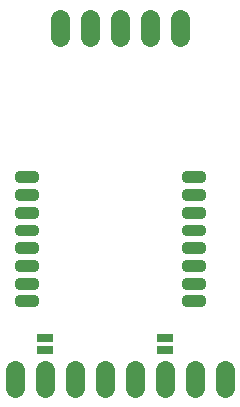
<source format=gts>
G04 EAGLE Gerber RS-274X export*
G75*
%MOMM*%
%FSLAX34Y34*%
%LPD*%
%INTop Solder Mask*%
%IPPOS*%
%AMOC8*
5,1,8,0,0,1.08239X$1,22.5*%
G01*
%ADD10C,0.751200*%
%ADD11C,1.625600*%
%ADD12R,1.371600X0.736600*%


D10*
X41352Y198838D02*
X28848Y198838D01*
X28848Y201342D01*
X41352Y201342D01*
X41352Y198838D01*
X41352Y183838D02*
X28848Y183838D01*
X28848Y186342D01*
X41352Y186342D01*
X41352Y183838D01*
X41352Y168838D02*
X28848Y168838D01*
X28848Y171342D01*
X41352Y171342D01*
X41352Y168838D01*
X41352Y153838D02*
X28848Y153838D01*
X28848Y156342D01*
X41352Y156342D01*
X41352Y153838D01*
X41352Y138838D02*
X28848Y138838D01*
X28848Y141342D01*
X41352Y141342D01*
X41352Y138838D01*
X41352Y123838D02*
X28848Y123838D01*
X28848Y126342D01*
X41352Y126342D01*
X41352Y123838D01*
X41352Y108838D02*
X28848Y108838D01*
X28848Y111342D01*
X41352Y111342D01*
X41352Y108838D01*
X41352Y93838D02*
X28848Y93838D01*
X28848Y96342D01*
X41352Y96342D01*
X41352Y93838D01*
X169848Y93838D02*
X182352Y93838D01*
X169848Y93838D02*
X169848Y96342D01*
X182352Y96342D01*
X182352Y93838D01*
X182352Y108838D02*
X169848Y108838D01*
X169848Y111342D01*
X182352Y111342D01*
X182352Y108838D01*
X182352Y123838D02*
X169848Y123838D01*
X169848Y126342D01*
X182352Y126342D01*
X182352Y123838D01*
X182352Y138838D02*
X169848Y138838D01*
X169848Y141342D01*
X182352Y141342D01*
X182352Y138838D01*
X182352Y153838D02*
X169848Y153838D01*
X169848Y156342D01*
X182352Y156342D01*
X182352Y153838D01*
X182352Y168838D02*
X169848Y168838D01*
X169848Y171342D01*
X182352Y171342D01*
X182352Y168838D01*
X182352Y183838D02*
X169848Y183838D01*
X169848Y186342D01*
X182352Y186342D01*
X182352Y183838D01*
X182352Y198838D02*
X169848Y198838D01*
X169848Y201342D01*
X182352Y201342D01*
X182352Y198838D01*
D11*
X63500Y318770D02*
X63500Y334010D01*
X88900Y334010D02*
X88900Y318770D01*
X114300Y318770D02*
X114300Y334010D01*
X139700Y334010D02*
X139700Y318770D01*
X165100Y318770D02*
X165100Y334010D01*
X203200Y36830D02*
X203200Y21590D01*
X177800Y21590D02*
X177800Y36830D01*
X152400Y36830D02*
X152400Y21590D01*
X127000Y21590D02*
X127000Y36830D01*
X101600Y36830D02*
X101600Y21590D01*
X76200Y21590D02*
X76200Y36830D01*
X50800Y36830D02*
X50800Y21590D01*
X25400Y21590D02*
X25400Y36830D01*
D12*
X50800Y53340D03*
X50800Y63500D03*
X152400Y53340D03*
X152400Y63500D03*
M02*

</source>
